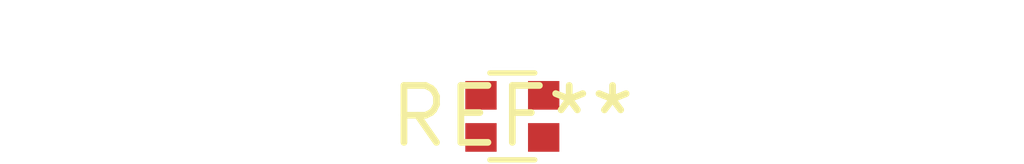
<source format=kicad_pcb>
(kicad_pcb (version 20240108) (generator pcbnew)
  (layers (0 "F.Cu" signal) (31 "B.Cu" signal) (34 "B.Paste" user) (35 "F.Paste" user) (36 "B.SilkS" user "B.Silkscreen") (37 "F.SilkS" user "F.Silkscreen") (38 "B.Mask" user) (39 "F.Mask" user) (44 "Edge.Cuts" user))
  (net 0 "")
  (footprint "R_Array_Convex_2x0606" (layer "F.Cu") (at 0 0)
    (property "Reference" "REF**")
    (property "Value" "R_Array_Convex_2x0606")
    (fp_line (start 0.5 -0.97) (end -0.5 -0.97) (layer "F.SilkS") (stroke (width 0.12)))
    (fp_line (start 0.5 0.97) (end -0.5 0.97) (layer "F.SilkS") (stroke (width 0.12)))
    (pad "1" smd rect (at -0.7 -0.47) (size 0.7 0.64) (layers "F.Cu" "F.Paste" "F.Mask"))
    (pad "2" smd rect (at -0.7 0.47) (size 0.7 0.64) (layers "F.Cu" "F.Paste" "F.Mask"))
    (pad "3" smd rect (at 0.7 0.47) (size 0.7 0.64) (layers "F.Cu" "F.Paste" "F.Mask"))
    (pad "4" smd rect (at 0.7 -0.47) (size 0.7 0.64) (layers "F.Cu" "F.Paste" "F.Mask"))
  )
)
</source>
